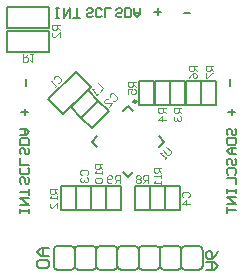
<source format=gbo>
G04*
G04 #@! TF.GenerationSoftware,Altium Limited,Altium Designer,18.1.6 (161)*
G04*
G04 Layer_Color=32896*
%FSLAX25Y25*%
%MOIN*%
G70*
G01*
G75*
%ADD11C,0.00800*%
%ADD12C,0.00787*%
%ADD13C,0.00700*%
%ADD14C,0.00400*%
%ADD60C,0.00984*%
%ADD61C,0.00600*%
D11*
X16535Y-42717D02*
G03*
X17717Y-41535I0J1181D01*
G01*
X17717Y-36024D02*
G03*
X16535Y-34843I-1181J0D01*
G01*
X11811D02*
G03*
X10630Y-36024I0J-1181D01*
G01*
X10630Y-41535D02*
G03*
X11811Y-42717I1181J0D01*
G01*
X-24803Y-41535D02*
G03*
X-23622Y-42717I1181J0D01*
G01*
X-23622Y-34843D02*
G03*
X-24803Y-36024I0J-1181D01*
G01*
X-17716D02*
G03*
X-18898Y-34843I-1181J0D01*
G01*
X-18898Y-42717D02*
G03*
X-17716Y-41535I0J1181D01*
G01*
X-11811Y-42717D02*
G03*
X-10630Y-41535I0J1181D01*
G01*
X-10630Y-36024D02*
G03*
X-11811Y-34843I-1181J0D01*
G01*
X-16535D02*
G03*
X-17716Y-36024I0J-1181D01*
G01*
X-17716Y-41535D02*
G03*
X-16535Y-42717I1181J0D01*
G01*
X-3543Y-41535D02*
G03*
X-2362Y-42717I1181J0D01*
G01*
X-2362Y-34843D02*
G03*
X-3543Y-36024I0J-1181D01*
G01*
X3543D02*
G03*
X2362Y-34843I-1181J0D01*
G01*
X2362Y-42717D02*
G03*
X3543Y-41535I0J1181D01*
G01*
X-4724Y-42717D02*
G03*
X-3543Y-41535I0J1181D01*
G01*
X-3543Y-36024D02*
G03*
X-4724Y-34843I-1181J0D01*
G01*
X-9449D02*
G03*
X-10630Y-36024I0J-1181D01*
G01*
X-10630Y-41535D02*
G03*
X-9449Y-42717I1181J0D01*
G01*
X3543Y-41535D02*
G03*
X4724Y-42717I1181J0D01*
G01*
X4724Y-34843D02*
G03*
X3543Y-36024I0J-1181D01*
G01*
X10630D02*
G03*
X9449Y-34843I-1181J0D01*
G01*
X9449Y-42717D02*
G03*
X10630Y-41535I0J1181D01*
G01*
X23622Y-42717D02*
G03*
X24803Y-41535I0J1181D01*
G01*
X24803Y-36024D02*
G03*
X23622Y-34843I-1181J0D01*
G01*
X18898D02*
G03*
X17717Y-36024I0J-1181D01*
G01*
X17717Y-41535D02*
G03*
X18898Y-42717I1181J0D01*
G01*
X17717Y-41535D02*
Y-38780D01*
Y-36024D01*
X11811Y-34843D02*
X16535D01*
X10630Y-41535D02*
Y-36024D01*
X11811Y-42717D02*
X16535D01*
X-23622D02*
X-18898D01*
X-24803Y-41535D02*
Y-36024D01*
X-23622Y-34843D02*
X-18898D01*
X-17716Y-38780D02*
Y-36024D01*
Y-41535D02*
Y-38780D01*
X-10630Y-41535D02*
Y-38780D01*
Y-36024D01*
X-16535Y-34843D02*
X-11811D01*
X-17716Y-41535D02*
Y-36024D01*
X-16535Y-42717D02*
X-11811D01*
X-2362D02*
X2362D01*
X-3543Y-41535D02*
Y-36024D01*
X-2362Y-34843D02*
X2362D01*
X3543Y-38780D02*
Y-36024D01*
Y-41535D02*
Y-38780D01*
X-3543Y-41535D02*
Y-38780D01*
Y-36024D01*
X-9449Y-34843D02*
X-4724D01*
X-10630Y-41535D02*
Y-36024D01*
X-9449Y-42717D02*
X-4724D01*
X4724D02*
X9449D01*
X3543Y-41535D02*
Y-36024D01*
X4724Y-34843D02*
X9449D01*
X10630Y-38780D02*
Y-36024D01*
Y-41535D02*
Y-38780D01*
X24803Y-41535D02*
Y-38780D01*
Y-36024D01*
X18898Y-34843D02*
X23622D01*
X17717Y-41535D02*
Y-36024D01*
X18898Y-42717D02*
X23622D01*
D12*
X0Y11971D02*
X1740Y10231D01*
X-1740D02*
X0Y11971D01*
X-11971Y0D02*
X-10231Y1740D01*
X-11971Y0D02*
X-10231Y-1740D01*
X-1740Y-10231D02*
X0Y-11971D01*
X1740Y-10231D01*
X10231Y1740D02*
X11971Y0D01*
X10231Y-1740D02*
X11971Y0D01*
D13*
X18619Y42857D02*
X20751D01*
X32893Y-15981D02*
Y-17047D01*
Y-16514D01*
X36092D01*
Y-15981D01*
Y-17047D01*
Y-18647D02*
X32893D01*
X36092Y-20779D01*
X32893D01*
Y-21846D02*
Y-23978D01*
Y-22912D01*
X36092D01*
X33426Y-7906D02*
X32893Y-7373D01*
Y-6306D01*
X33426Y-5773D01*
X33959D01*
X34492Y-6306D01*
Y-7373D01*
X35026Y-7906D01*
X35559D01*
X36092Y-7373D01*
Y-6306D01*
X35559Y-5773D01*
X33426Y-11105D02*
X32893Y-10572D01*
Y-9505D01*
X33426Y-8972D01*
X35559D01*
X36092Y-9505D01*
Y-10572D01*
X35559Y-11105D01*
X32893Y-12171D02*
X36092D01*
Y-14304D01*
X-11843Y41957D02*
X-12342Y41458D01*
X-13342D01*
X-13842Y41957D01*
Y42457D01*
X-13342Y42957D01*
X-12342D01*
X-11843Y43457D01*
Y43957D01*
X-12342Y44457D01*
X-13342D01*
X-13842Y43957D01*
X-8844Y41957D02*
X-9343Y41458D01*
X-10343D01*
X-10843Y41957D01*
Y43957D01*
X-10343Y44457D01*
X-9343D01*
X-8844Y43957D01*
X-7844Y41458D02*
Y44457D01*
X-5845D01*
X-34043Y18618D02*
Y20751D01*
X33426Y2134D02*
X32893Y2667D01*
Y3733D01*
X33426Y4266D01*
X33959D01*
X34492Y3733D01*
Y2667D01*
X35026Y2134D01*
X35559D01*
X36092Y2667D01*
Y3733D01*
X35559Y4266D01*
X32893Y1067D02*
X36092D01*
Y-532D01*
X35559Y-1065D01*
X33426D01*
X32893Y-532D01*
Y1067D01*
X36092Y-2132D02*
X33959D01*
X32893Y-3198D01*
X33959Y-4264D01*
X36092D01*
X34492D01*
Y-2132D01*
X34043Y20752D02*
Y18620D01*
X-33426Y-11976D02*
X-32893Y-12509D01*
Y-13576D01*
X-33426Y-14109D01*
X-33959D01*
X-34492Y-13576D01*
Y-12509D01*
X-35026Y-11976D01*
X-35559D01*
X-36092Y-12509D01*
Y-13576D01*
X-35559Y-14109D01*
X-33426Y-8777D02*
X-32893Y-9310D01*
Y-10377D01*
X-33426Y-10910D01*
X-35559D01*
X-36092Y-10377D01*
Y-9310D01*
X-35559Y-8777D01*
X-32893Y-7711D02*
X-36092D01*
Y-5578D01*
X-33426Y-2134D02*
X-32893Y-2667D01*
Y-3733D01*
X-33426Y-4266D01*
X-33959D01*
X-34492Y-3733D01*
Y-2667D01*
X-35026Y-2134D01*
X-35559D01*
X-36092Y-2667D01*
Y-3733D01*
X-35559Y-4266D01*
X-32893Y-1067D02*
X-36092D01*
Y532D01*
X-35559Y1065D01*
X-33426D01*
X-32893Y532D01*
Y-1067D01*
X-36092Y2132D02*
X-33959D01*
X-32893Y3198D01*
X-33959Y4264D01*
X-36092D01*
X-34492D01*
Y2132D01*
X25886Y-42919D02*
X28510D01*
X29822Y-41607D01*
X28510Y-40295D01*
X25886D01*
X27854D01*
Y-42919D01*
X29822Y-36359D02*
X29166Y-37671D01*
X27854Y-38983D01*
X26542D01*
X25886Y-38327D01*
Y-37015D01*
X26542Y-36359D01*
X27198D01*
X27854Y-37015D01*
Y-38983D01*
X-24078Y41161D02*
X-23012D01*
X-23545D01*
Y44360D01*
X-24078D01*
X-23012D01*
X-21413D02*
Y41161D01*
X-19280Y44360D01*
Y41161D01*
X-18214D02*
X-16081D01*
X-17147D01*
Y44360D01*
X-33426Y-2134D02*
X-32893Y-2667D01*
Y-3733D01*
X-33426Y-4266D01*
X-33959D01*
X-34492Y-3733D01*
Y-2667D01*
X-35026Y-2134D01*
X-35559D01*
X-36092Y-2667D01*
Y-3733D01*
X-35559Y-4266D01*
X-32893Y-1067D02*
X-36092D01*
Y532D01*
X-35559Y1065D01*
X-33426D01*
X-32893Y532D01*
Y-1067D01*
X-36092Y2132D02*
X-33959D01*
X-32893Y3198D01*
X-33959Y4264D01*
X-36092D01*
X-34492D01*
Y2132D01*
X-2000Y41957D02*
X-2500Y41458D01*
X-3500D01*
X-3999Y41957D01*
Y42457D01*
X-3500Y42957D01*
X-2500D01*
X-2000Y43457D01*
Y43957D01*
X-2500Y44457D01*
X-3500D01*
X-3999Y43957D01*
X-1001Y41458D02*
Y44457D01*
X499D01*
X999Y43957D01*
Y41957D01*
X499Y41458D01*
X-1001D01*
X1998Y44457D02*
Y42457D01*
X2998Y41458D01*
X3998Y42457D01*
Y44457D01*
Y42957D01*
X1998D01*
X-32893Y-23685D02*
Y-22618D01*
Y-23151D01*
X-36092D01*
Y-23685D01*
Y-22618D01*
Y-21019D02*
X-32893D01*
X-36092Y-18886D01*
X-32893D01*
Y-17820D02*
Y-15687D01*
Y-16754D01*
X-36092D01*
X8776Y43307D02*
X10909D01*
X9843Y42241D02*
Y44373D01*
X-34492Y8775D02*
Y10908D01*
X-33426Y9842D02*
X-35559D01*
X-26379Y-35500D02*
X-29002D01*
X-30314Y-36812D01*
X-29002Y-38124D01*
X-26379D01*
X-28346D01*
Y-35500D01*
X-29658Y-39435D02*
X-30314Y-40091D01*
Y-41403D01*
X-29658Y-42059D01*
X-27035D01*
X-26379Y-41403D01*
Y-40091D01*
X-27035Y-39435D01*
X-29658D01*
X34492Y10910D02*
Y8777D01*
X33426Y9843D02*
X35559D01*
D14*
X-10035Y19484D02*
X-8268Y17717D01*
X-9446Y16538D01*
X-10035Y15949D02*
X-10624Y15360D01*
X-10329Y15655D01*
X-12097Y17422D01*
X-11508D01*
X-35039Y29134D02*
Y26635D01*
X-33790D01*
X-33373Y27051D01*
Y27884D01*
X-33790Y28301D01*
X-35039D01*
X-34206D02*
X-33373Y29134D01*
X-32540D02*
X-31707D01*
X-32124D01*
Y26635D01*
X-32540Y27051D01*
X12800Y-1776D02*
X14272Y-3249D01*
Y-3838D01*
X13683Y-4427D01*
X13094D01*
X11622Y-2954D01*
X12800Y-5311D02*
X12211Y-5900D01*
X12505Y-5605D01*
X10738Y-3838D01*
X11327D01*
X11024Y-8661D02*
X8524D01*
Y-9911D01*
X8941Y-10328D01*
X9774D01*
X10191Y-9911D01*
Y-8661D01*
Y-9494D02*
X11024Y-10328D01*
Y-11161D02*
Y-11994D01*
Y-11577D01*
X8524D01*
X8941Y-11161D01*
X11024Y-13243D02*
Y-14076D01*
Y-13660D01*
X8524D01*
X8941Y-13243D01*
X-8661Y-7480D02*
X-11161D01*
Y-8730D01*
X-10744Y-9146D01*
X-9911D01*
X-9494Y-8730D01*
Y-7480D01*
Y-8313D02*
X-8661Y-9146D01*
Y-9979D02*
Y-10813D01*
Y-10396D01*
X-11161D01*
X-10744Y-9979D01*
Y-12062D02*
X-11161Y-12479D01*
Y-13312D01*
X-10744Y-13728D01*
X-9078D01*
X-8661Y-13312D01*
Y-12479D01*
X-9078Y-12062D01*
X-10744D01*
X-2756Y-13780D02*
Y-11280D01*
X-4005D01*
X-4422Y-11697D01*
Y-12530D01*
X-4005Y-12946D01*
X-2756D01*
X-3589D02*
X-4422Y-13780D01*
X-5255Y-13363D02*
X-5672Y-13780D01*
X-6505D01*
X-6921Y-13363D01*
Y-11697D01*
X-6505Y-11280D01*
X-5672D01*
X-5255Y-11697D01*
Y-12113D01*
X-5672Y-12530D01*
X-6921D01*
X6693Y-13780D02*
Y-11280D01*
X5443D01*
X5027Y-11697D01*
Y-12530D01*
X5443Y-12946D01*
X6693D01*
X5860D02*
X5027Y-13780D01*
X4194Y-11697D02*
X3777Y-11280D01*
X2944D01*
X2528Y-11697D01*
Y-12113D01*
X2944Y-12530D01*
X2528Y-12946D01*
Y-13363D01*
X2944Y-13780D01*
X3777D01*
X4194Y-13363D01*
Y-12946D01*
X3777Y-12530D01*
X4194Y-12113D01*
Y-11697D01*
X3777Y-12530D02*
X2944D01*
X12598Y11024D02*
X10099D01*
Y9774D01*
X10516Y9358D01*
X11349D01*
X11765Y9774D01*
Y11024D01*
Y10191D02*
X12598Y9358D01*
Y7275D02*
X10099D01*
X11349Y8524D01*
Y6858D01*
X17717Y11024D02*
X15217D01*
Y9774D01*
X15634Y9358D01*
X16467D01*
X16883Y9774D01*
Y11024D01*
Y10191D02*
X17717Y9358D01*
X15634Y8524D02*
X15217Y8108D01*
Y7275D01*
X15634Y6858D01*
X16050D01*
X16467Y7275D01*
Y7691D01*
Y7275D01*
X16883Y6858D01*
X17300D01*
X17717Y7275D01*
Y8108D01*
X17300Y8524D01*
X18390Y-18595D02*
X17973Y-18179D01*
Y-17346D01*
X18390Y-16929D01*
X20056D01*
X20472Y-17346D01*
Y-18179D01*
X20056Y-18595D01*
X20472Y-20678D02*
X17973D01*
X19223Y-19428D01*
Y-21094D01*
X-15469Y-11115D02*
X-15885Y-10698D01*
Y-9865D01*
X-15469Y-9449D01*
X-13802D01*
X-13386Y-9865D01*
Y-10698D01*
X-13802Y-11115D01*
X-15469Y-11948D02*
X-15885Y-12365D01*
Y-13198D01*
X-15469Y-13614D01*
X-15052D01*
X-14635Y-13198D01*
Y-12781D01*
Y-13198D01*
X-14219Y-13614D01*
X-13802D01*
X-13386Y-13198D01*
Y-12365D01*
X-13802Y-11948D01*
X-24665Y20767D02*
Y21356D01*
X-24076Y21945D01*
X-23487D01*
X-22309Y20767D01*
Y20178D01*
X-22898Y19589D01*
X-23487D01*
X-23781Y18705D02*
X-24370Y18116D01*
X-24076Y18411D01*
X-25843Y20178D01*
X-25254D01*
X-6194Y14862D02*
Y15450D01*
X-5605Y16040D01*
X-5016D01*
X-3838Y14862D01*
Y14272D01*
X-4427Y13683D01*
X-5016D01*
X-6489Y11622D02*
X-5311Y12800D01*
X-7667D01*
X-7961Y13094D01*
Y13683D01*
X-7372Y14272D01*
X-6783D01*
X-22835Y38976D02*
X-25334D01*
Y37727D01*
X-24917Y37310D01*
X-24084D01*
X-23668Y37727D01*
Y38976D01*
Y38143D02*
X-22835Y37310D01*
Y34811D02*
Y36477D01*
X-24501Y34811D01*
X-24917D01*
X-25334Y35228D01*
Y36061D01*
X-24917Y36477D01*
X-23556Y-15748D02*
X-26055D01*
Y-16998D01*
X-25638Y-17414D01*
X-24805D01*
X-24389Y-16998D01*
Y-15748D01*
Y-16581D02*
X-23556Y-17414D01*
Y-18247D02*
Y-19080D01*
Y-18664D01*
X-26055D01*
X-25638Y-18247D01*
X-23556Y-21996D02*
Y-20330D01*
X-25222Y-21996D01*
X-25638D01*
X-26055Y-21579D01*
Y-20746D01*
X-25638Y-20330D01*
X2500Y19935D02*
X1D01*
Y18686D01*
X417Y18269D01*
X1250D01*
X1667Y18686D01*
Y19935D01*
Y19102D02*
X2500Y18269D01*
X1Y15770D02*
Y17436D01*
X1250D01*
X834Y16603D01*
Y16187D01*
X1250Y15770D01*
X2083D01*
X2500Y16187D01*
Y17020D01*
X2083Y17436D01*
X22835Y25197D02*
X20335D01*
Y23947D01*
X20752Y23531D01*
X21585D01*
X22002Y23947D01*
Y25197D01*
Y24364D02*
X22835Y23531D01*
X20335Y21032D02*
X20752Y21865D01*
X21585Y22698D01*
X22418D01*
X22835Y22281D01*
Y21448D01*
X22418Y21032D01*
X22002D01*
X21585Y21448D01*
Y22698D01*
X28346Y25197D02*
X25847D01*
Y23947D01*
X26264Y23531D01*
X27097D01*
X27513Y23947D01*
Y25197D01*
Y24364D02*
X28346Y23531D01*
X25847Y22698D02*
Y21032D01*
X26264D01*
X27930Y22698D01*
X28346D01*
D60*
X2719Y13363D02*
G03*
X2719Y13363I-492J0D01*
G01*
D61*
X-17264Y-22701D02*
Y-14701D01*
Y-22701D02*
X-12264D01*
Y-14701D01*
X-17264D02*
X-12264D01*
X-17284Y-22701D02*
Y-14701D01*
X-22284D02*
X-17284D01*
X-22284Y-22701D02*
Y-14701D01*
Y-22701D02*
X-17284D01*
X12342D02*
Y-14701D01*
X7343D02*
X12342D01*
X7343Y-22701D02*
Y-14701D01*
Y-22701D02*
X12342D01*
X-7343D02*
Y-14701D01*
X-12342D02*
X-7343D01*
X-12342Y-22701D02*
Y-14701D01*
Y-22701D02*
X-7343D01*
X-2421D02*
Y-14701D01*
X-7421D02*
X-2421D01*
X-7421Y-22701D02*
Y-14701D01*
Y-22701D02*
X-2421D01*
X7421D02*
Y-14701D01*
X2421D02*
X7421D01*
X2421Y-22701D02*
Y-14701D01*
Y-22701D02*
X7421D01*
X12264D02*
Y-14701D01*
Y-22701D02*
X17264D01*
Y-14701D01*
X12264D02*
X17264D01*
X-19163Y11538D02*
X-15628Y8002D01*
X-19163Y11538D02*
X-13506Y17195D01*
X-9971Y13659D01*
X-15628Y8002D02*
X-9971Y13659D01*
X-17418Y23213D02*
X-12468Y18263D01*
X-21660Y9071D02*
X-12468Y18263D01*
X-26610Y14020D02*
X-21660Y9071D01*
X-26610Y14020D02*
X-17418Y23213D01*
X-26465Y29965D02*
Y36965D01*
X-40465Y29965D02*
X-26465D01*
X-40465D02*
Y36965D01*
X-26465D01*
X24161Y12142D02*
Y20142D01*
X19161D02*
X24161D01*
X19161Y12142D02*
Y20142D01*
Y12142D02*
X24161D01*
X29272D02*
Y20142D01*
X24272D02*
X29272D01*
X24272Y12142D02*
Y20142D01*
Y12142D02*
X29272D01*
X-40465Y44839D02*
X-26465D01*
X-40465Y37839D02*
Y44839D01*
Y37839D02*
X-26465D01*
Y44839D01*
X3799Y12142D02*
X8799D01*
X3799D02*
Y20142D01*
X8799D01*
Y12142D02*
Y20142D01*
X-15620Y7994D02*
X-9963Y13651D01*
X-15620Y7994D02*
X-12084Y4459D01*
X-6427Y10116D01*
X-9963Y13651D02*
X-6427Y10116D01*
X14035Y12142D02*
Y20142D01*
Y12142D02*
X19035D01*
Y20142D01*
X14035D02*
X19035D01*
X13917Y12142D02*
Y20142D01*
X8917D02*
X13917D01*
X8917Y12142D02*
Y20142D01*
Y12142D02*
X13917D01*
M02*

</source>
